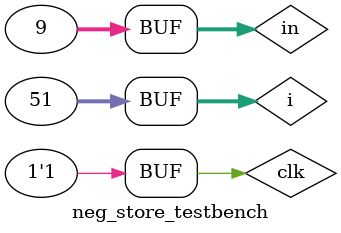
<source format=v>
module neg_store(clk, rst, in, out);
input clk, rst;
input [31:0] in;
output integer out;

integer intermediate;

always @ (negedge clk) begin
	intermediate = in;
	out = intermediate;
end


endmodule


module neg_store_testbench();
reg clk;
reg[31:0] in;
wire[31:0] out;
integer i;

store dut ( .clk(clk),
				.in(in),
				.out(out)
				);

initial begin
	in = 5;
	#20;
	in = 1;
	#20;
	in = 8;
	#20;
	in = 9;
	#20;
end

// Create a clock that switches every 10 timepoints
	initial begin
			clk  = 1'b0;
			for(i = 0; i<=50; i = i+1) begin
				#10 clk = ~clk; 
			end
	end

endmodule

</source>
